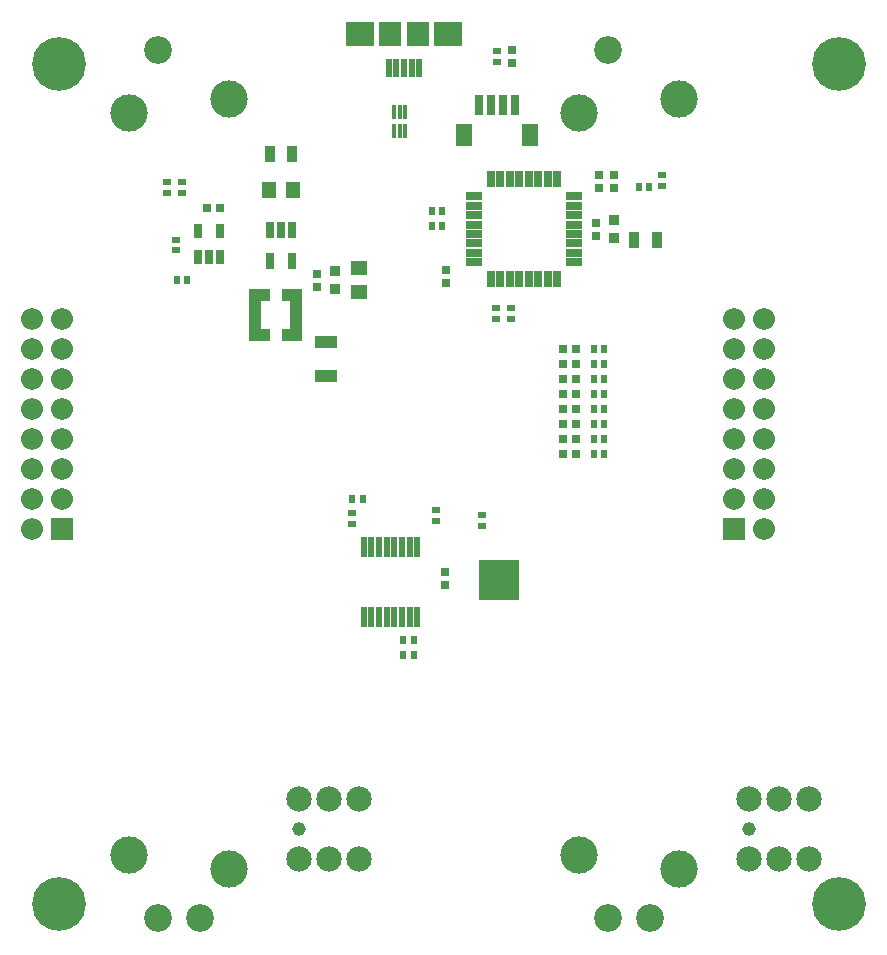
<source format=gbr>
G04 #@! TF.FileFunction,Soldermask,Bot*
%FSLAX46Y46*%
G04 Gerber Fmt 4.6, Leading zero omitted, Abs format (unit mm)*
G04 Created by KiCad (PCBNEW 4.0.7) date Fri Jul 13 22:00:20 2018*
%MOMM*%
%LPD*%
G01*
G04 APERTURE LIST*
%ADD10C,0.100000*%
%ADD11C,4.552400*%
%ADD12C,0.852400*%
%ADD13R,0.652400X0.752400*%
%ADD14R,0.902400X0.952400*%
%ADD15R,0.752400X0.652400*%
%ADD16R,1.152400X1.402400*%
%ADD17R,1.402400X1.152400*%
%ADD18R,0.752400X1.702400*%
%ADD19R,1.352400X1.952400*%
%ADD20R,1.852400X1.852400*%
%ADD21O,1.852400X1.852400*%
%ADD22R,0.552400X1.552400*%
%ADD23R,2.452400X2.052400*%
%ADD24R,1.952400X2.052400*%
%ADD25R,0.852400X1.452400*%
%ADD26R,1.002400X4.452400*%
%ADD27R,0.902400X1.002400*%
%ADD28R,0.552400X0.752400*%
%ADD29R,0.752400X0.552400*%
%ADD30R,1.852400X1.052400*%
%ADD31R,0.460000X1.150000*%
%ADD32R,0.802400X1.372400*%
%ADD33R,0.802400X1.212400*%
%ADD34R,1.352400X0.752400*%
%ADD35R,0.752400X1.352400*%
%ADD36C,2.152400*%
%ADD37C,1.152400*%
%ADD38R,0.602400X1.652400*%
%ADD39R,3.352400X3.352400*%
%ADD40C,2.352400*%
%ADD41C,3.152400*%
G04 APERTURE END LIST*
D10*
D11*
X120650000Y-138430000D03*
D12*
X122300000Y-138430000D03*
X121816726Y-139596726D03*
X120650000Y-140080000D03*
X119483274Y-139596726D03*
X119000000Y-138430000D03*
X119483274Y-137263274D03*
X120650000Y-136780000D03*
X121816726Y-137263274D03*
D11*
X186690000Y-138430000D03*
D12*
X188340000Y-138430000D03*
X187856726Y-139596726D03*
X186690000Y-140080000D03*
X185523274Y-139596726D03*
X185040000Y-138430000D03*
X185523274Y-137263274D03*
X186690000Y-136780000D03*
X187856726Y-137263274D03*
D11*
X186690000Y-67310000D03*
D12*
X188340000Y-67310000D03*
X187856726Y-68476726D03*
X186690000Y-68960000D03*
X185523274Y-68476726D03*
X185040000Y-67310000D03*
X185523274Y-66143274D03*
X186690000Y-65660000D03*
X187856726Y-66143274D03*
D13*
X166370000Y-77766000D03*
X166370000Y-76666000D03*
X167640000Y-77766000D03*
X167640000Y-76666000D03*
D14*
X167640000Y-80530000D03*
X167640000Y-82030000D03*
D13*
X166116000Y-81830000D03*
X166116000Y-80730000D03*
D15*
X164380000Y-100330000D03*
X163280000Y-100330000D03*
X164380000Y-99060000D03*
X163280000Y-99060000D03*
X164380000Y-97790000D03*
X163280000Y-97790000D03*
X164380000Y-96520000D03*
X163280000Y-96520000D03*
X164380000Y-95250000D03*
X163280000Y-95250000D03*
X164380000Y-93980000D03*
X163280000Y-93980000D03*
X164380000Y-92710000D03*
X163280000Y-92710000D03*
X164380000Y-91440000D03*
X163280000Y-91440000D03*
D13*
X159004000Y-66125000D03*
X159004000Y-67225000D03*
D16*
X138446000Y-77978000D03*
X140446000Y-77978000D03*
D13*
X142494000Y-86148000D03*
X142494000Y-85048000D03*
D14*
X144018000Y-84848000D03*
X144018000Y-86348000D03*
D17*
X146050000Y-86598000D03*
X146050000Y-84598000D03*
D15*
X134281000Y-79502000D03*
X133181000Y-79502000D03*
D18*
X156234000Y-70743000D03*
X157234000Y-70743000D03*
X158234000Y-70743000D03*
X159234000Y-70743000D03*
D19*
X154934000Y-73268000D03*
X160534000Y-73268000D03*
D20*
X120904000Y-106680000D03*
D21*
X118364000Y-106680000D03*
X120904000Y-104140000D03*
X118364000Y-104140000D03*
X120904000Y-101600000D03*
X118364000Y-101600000D03*
X120904000Y-99060000D03*
X118364000Y-99060000D03*
X120904000Y-96520000D03*
X118364000Y-96520000D03*
X120904000Y-93980000D03*
X118364000Y-93980000D03*
X120904000Y-91440000D03*
X118364000Y-91440000D03*
X120904000Y-88900000D03*
X118364000Y-88900000D03*
D20*
X177800000Y-106680000D03*
D21*
X180340000Y-106680000D03*
X177800000Y-104140000D03*
X180340000Y-104140000D03*
X177800000Y-101600000D03*
X180340000Y-101600000D03*
X177800000Y-99060000D03*
X180340000Y-99060000D03*
X177800000Y-96520000D03*
X180340000Y-96520000D03*
X177800000Y-93980000D03*
X180340000Y-93980000D03*
X177800000Y-91440000D03*
X180340000Y-91440000D03*
X177800000Y-88900000D03*
X180340000Y-88900000D03*
D22*
X148560000Y-67620000D03*
X149210000Y-67620000D03*
X149860000Y-67620000D03*
X150510000Y-67620000D03*
X151160000Y-67620000D03*
D23*
X153610000Y-64770000D03*
X146110000Y-64770000D03*
D24*
X148710000Y-64770000D03*
X151010000Y-64770000D03*
D25*
X171257000Y-82169000D03*
X169357000Y-82169000D03*
D26*
X137281184Y-88527402D03*
X140731184Y-88527402D03*
D27*
X138081184Y-90252402D03*
X138081184Y-86802402D03*
X139931184Y-90252402D03*
X139931184Y-86802402D03*
D28*
X165920000Y-100330000D03*
X166820000Y-100330000D03*
D29*
X171704000Y-77608000D03*
X171704000Y-76708000D03*
D28*
X165920000Y-99060000D03*
X166820000Y-99060000D03*
X170630000Y-77724000D03*
X169730000Y-77724000D03*
X165920000Y-97790000D03*
X166820000Y-97790000D03*
X165920000Y-96520000D03*
X166820000Y-96520000D03*
X165920000Y-95250000D03*
X166820000Y-95250000D03*
X165920000Y-93980000D03*
X166820000Y-93980000D03*
X165920000Y-92710000D03*
X166820000Y-92710000D03*
X165920000Y-91440000D03*
X166820000Y-91440000D03*
X152204000Y-81026000D03*
X153104000Y-81026000D03*
X152204000Y-79756000D03*
X153104000Y-79756000D03*
D29*
X157734000Y-66225000D03*
X157734000Y-67125000D03*
D25*
X138496000Y-74930000D03*
X140396000Y-74930000D03*
D29*
X131064000Y-77274000D03*
X131064000Y-78174000D03*
D30*
X143256000Y-90826000D03*
X143256000Y-93726000D03*
D29*
X129794000Y-78174000D03*
X129794000Y-77274000D03*
X130556000Y-82158000D03*
X130556000Y-83058000D03*
D28*
X130614000Y-85598000D03*
X131514000Y-85598000D03*
D31*
X148979000Y-71331000D03*
X149479000Y-71331000D03*
X149979000Y-71331000D03*
X148979000Y-72941000D03*
X149479000Y-72941000D03*
X149979000Y-72941000D03*
D32*
X138498184Y-81335402D03*
X139448184Y-81335402D03*
X140398184Y-81335402D03*
X140398184Y-83955402D03*
X138498184Y-83955402D03*
D33*
X134300000Y-83650000D03*
X133350000Y-83650000D03*
X132400000Y-83650000D03*
X132400000Y-81450000D03*
X134300000Y-81450000D03*
D13*
X153416000Y-84752000D03*
X153416000Y-85852000D03*
D34*
X164270000Y-78480000D03*
X164270000Y-79280000D03*
X164270000Y-80080000D03*
X164270000Y-80880000D03*
X164270000Y-81680000D03*
X164270000Y-82480000D03*
X164270000Y-83280000D03*
X164270000Y-84080000D03*
D35*
X162820000Y-85530000D03*
X162020000Y-85530000D03*
X161220000Y-85530000D03*
X160420000Y-85530000D03*
X159620000Y-85530000D03*
X158820000Y-85530000D03*
X158020000Y-85530000D03*
X157220000Y-85530000D03*
D34*
X155770000Y-84080000D03*
X155770000Y-83280000D03*
X155770000Y-82480000D03*
X155770000Y-81680000D03*
X155770000Y-80880000D03*
X155770000Y-80080000D03*
X155770000Y-79280000D03*
X155770000Y-78480000D03*
D35*
X157220000Y-77030000D03*
X158020000Y-77030000D03*
X158820000Y-77030000D03*
X159620000Y-77030000D03*
X160420000Y-77030000D03*
X161220000Y-77030000D03*
X162020000Y-77030000D03*
X162820000Y-77030000D03*
D11*
X120650000Y-67310000D03*
D12*
X122300000Y-67310000D03*
X121816726Y-68476726D03*
X120650000Y-68960000D03*
X119483274Y-68476726D03*
X119000000Y-67310000D03*
X119483274Y-66143274D03*
X120650000Y-65660000D03*
X121816726Y-66143274D03*
D13*
X153289000Y-110321000D03*
X153289000Y-111421000D03*
D29*
X158877000Y-87942000D03*
X158877000Y-88842000D03*
X157607000Y-87942000D03*
X157607000Y-88842000D03*
D28*
X145473000Y-104140000D03*
X146373000Y-104140000D03*
D29*
X145415000Y-106241000D03*
X145415000Y-105341000D03*
X152527000Y-105987000D03*
X152527000Y-105087000D03*
X156464000Y-106368000D03*
X156464000Y-105468000D03*
D28*
X150691000Y-116078000D03*
X149791000Y-116078000D03*
X149791000Y-117348000D03*
X150691000Y-117348000D03*
D36*
X140970000Y-134620000D03*
X140970000Y-129540000D03*
X146050000Y-134620000D03*
X146050000Y-129540000D03*
X143510000Y-134620000D03*
X143510000Y-129540000D03*
D37*
X140970000Y-132080000D03*
D36*
X179070000Y-134620000D03*
X179070000Y-129540000D03*
X184150000Y-134620000D03*
X184150000Y-129540000D03*
X181610000Y-134620000D03*
X181610000Y-129540000D03*
D37*
X179070000Y-132080000D03*
D38*
X150992000Y-114075000D03*
X150342000Y-114075000D03*
X149692000Y-114075000D03*
X149042000Y-114075000D03*
X148392000Y-114075000D03*
X147742000Y-114075000D03*
X147092000Y-114075000D03*
X146442000Y-114075000D03*
X146442000Y-108175000D03*
X147092000Y-108175000D03*
X147742000Y-108175000D03*
X148392000Y-108175000D03*
X149042000Y-108175000D03*
X149692000Y-108175000D03*
X150342000Y-108175000D03*
X150992000Y-108175000D03*
D39*
X157861000Y-110998000D03*
D12*
X156861000Y-111998000D03*
X156861000Y-110998000D03*
X156861000Y-109998000D03*
X157861000Y-111998000D03*
X157861000Y-110998000D03*
X157861000Y-109998000D03*
X158861000Y-111998000D03*
X158861000Y-110998000D03*
X158861000Y-109998000D03*
D40*
X129060000Y-139620000D03*
X132560000Y-139620000D03*
X129060000Y-66120000D03*
D41*
X126610000Y-71470000D03*
X126610000Y-134270000D03*
X135010000Y-70270000D03*
X135010000Y-135470000D03*
D40*
X167160000Y-139620000D03*
X170660000Y-139620000D03*
X167160000Y-66120000D03*
D41*
X164710000Y-71470000D03*
X164710000Y-134270000D03*
X173110000Y-70270000D03*
X173110000Y-135470000D03*
M02*

</source>
